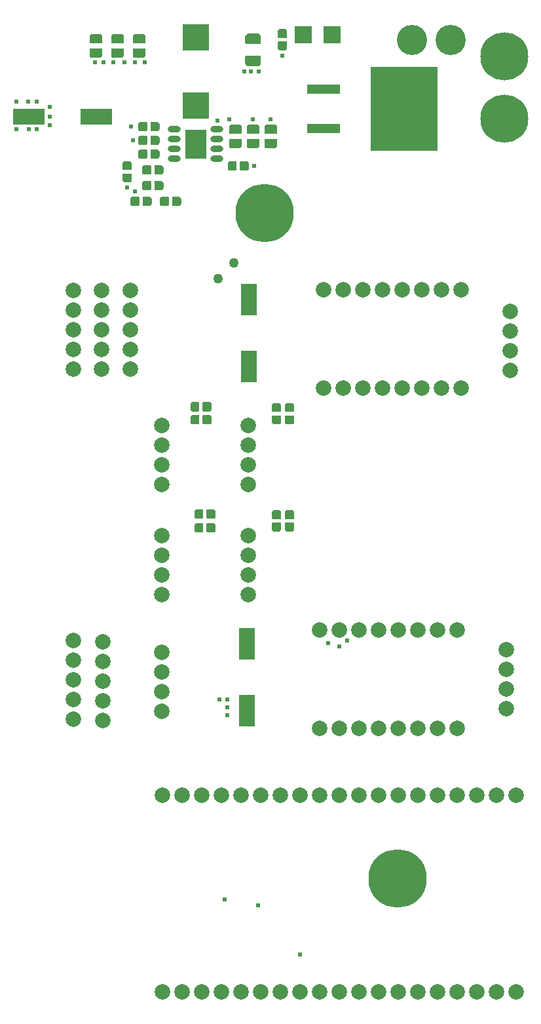
<source format=gbr>
%TF.GenerationSoftware,Altium Limited,Altium Designer,23.0.1 (38)*%
G04 Layer_Color=8388736*
%FSLAX45Y45*%
%MOMM*%
%TF.SameCoordinates,0946520A-43BC-435E-BA57-7B8340C501A0*%
%TF.FilePolarity,Negative*%
%TF.FileFunction,Soldermask,Top*%
%TF.Part,Single*%
G01*
G75*
%TA.AperFunction,SMDPad,CuDef*%
%ADD13R,2.00000X4.10000*%
%ADD15R,4.10000X2.00000*%
%TA.AperFunction,ViaPad*%
%ADD40C,0.60960*%
%ADD42C,1.27000*%
%TA.AperFunction,SMDPad,CuDef*%
%ADD52R,3.40320X3.45320*%
%ADD53R,2.27320X2.26320*%
%ADD54R,2.81320X3.80320*%
%ADD55O,1.65320X0.80320*%
%ADD56R,8.60320X10.95320*%
%ADD57R,4.35320X1.25320*%
%TA.AperFunction,ComponentPad*%
%ADD58C,2.00320*%
%ADD59C,7.54000*%
%ADD60C,6.20320*%
%ADD61C,3.90640*%
%TA.AperFunction,ViaPad*%
%ADD62C,0.81280*%
G36*
X3290001Y12684882D02*
X3291329Y12684795D01*
X3292636Y12684535D01*
X3293897Y12684107D01*
X3295091Y12683518D01*
X3296199Y12682778D01*
X3297200Y12681900D01*
X3323000Y12656100D01*
X3323878Y12655099D01*
X3324618Y12653991D01*
X3325207Y12652797D01*
X3325635Y12651536D01*
X3325895Y12650229D01*
X3325982Y12648901D01*
Y12559701D01*
X3325895Y12558372D01*
X3325635Y12557065D01*
X3325207Y12555804D01*
X3324618Y12554610D01*
X3323878Y12553502D01*
X3323000Y12552501D01*
X3321998Y12551623D01*
X3320891Y12550883D01*
X3319696Y12550294D01*
X3318435Y12549866D01*
X3317129Y12549606D01*
X3315800Y12549519D01*
X3135800D01*
X3134471Y12549606D01*
X3133165Y12549866D01*
X3131904Y12550294D01*
X3130709Y12550883D01*
X3129602Y12551623D01*
X3128600Y12552501D01*
X3127722Y12553502D01*
X3126982Y12554610D01*
X3126393Y12555804D01*
X3125965Y12557065D01*
X3125705Y12558372D01*
X3125618Y12559701D01*
Y12648900D01*
X3125705Y12650229D01*
X3125965Y12651536D01*
X3126393Y12652797D01*
X3126982Y12653991D01*
X3127722Y12655099D01*
X3128600Y12656100D01*
X3154400Y12681900D01*
X3155402Y12682778D01*
X3156509Y12683518D01*
X3157704Y12684107D01*
X3158965Y12684535D01*
X3160271Y12684795D01*
X3161600Y12684882D01*
X3161600D01*
D01*
X3290001Y12684882D01*
D02*
G37*
G36*
X3643189Y12739795D02*
X3644495Y12739535D01*
X3645756Y12739107D01*
X3646951Y12738518D01*
X3648058Y12737778D01*
X3649060Y12736900D01*
X3664000Y12721960D01*
X3664878Y12720958D01*
X3665618Y12719851D01*
X3666207Y12718657D01*
X3666635Y12717395D01*
X3666895Y12716089D01*
X3666982Y12714760D01*
Y12634700D01*
X3666895Y12633371D01*
X3666635Y12632065D01*
X3666207Y12630804D01*
X3665618Y12629609D01*
X3664878Y12628502D01*
X3664000Y12627501D01*
X3662999Y12626622D01*
X3661891Y12625883D01*
X3660697Y12625293D01*
X3659435Y12624865D01*
X3658129Y12624605D01*
X3656800Y12624518D01*
X3556800D01*
X3555471Y12624605D01*
X3554165Y12624865D01*
X3552903Y12625293D01*
X3551709Y12625883D01*
X3550601Y12626622D01*
X3549600Y12627501D01*
X3548722Y12628502D01*
X3547982Y12629609D01*
X3547393Y12630804D01*
X3546965Y12632065D01*
X3546705Y12633371D01*
X3546618Y12634700D01*
Y12714760D01*
X3546705Y12716089D01*
X3546965Y12717395D01*
X3547393Y12718657D01*
X3547982Y12719851D01*
X3548722Y12720958D01*
X3549600Y12721960D01*
X3564541Y12736900D01*
X3565542Y12737778D01*
X3566650Y12738518D01*
X3567844Y12739107D01*
X3569105Y12739535D01*
X3570411Y12739795D01*
X3571740Y12739882D01*
X3641860D01*
X3643189Y12739795D01*
D02*
G37*
G36*
X1807049Y12677295D02*
X1808355Y12677035D01*
X1809617Y12676607D01*
X1810811Y12676018D01*
X1811918Y12675278D01*
X1812920Y12674400D01*
X1832300Y12655020D01*
X1833178Y12654018D01*
X1833918Y12652911D01*
X1834507Y12651717D01*
X1834935Y12650455D01*
X1835195Y12649149D01*
X1835282Y12647820D01*
Y12567200D01*
X1835195Y12565871D01*
X1834935Y12564565D01*
X1834507Y12563304D01*
X1833918Y12562109D01*
X1833178Y12561002D01*
X1832300Y12560000D01*
X1831298Y12559122D01*
X1830191Y12558382D01*
X1828996Y12557793D01*
X1827735Y12557365D01*
X1826429Y12557105D01*
X1825100Y12557018D01*
X1680100D01*
X1678771Y12557105D01*
X1677465Y12557365D01*
X1676204Y12557793D01*
X1675009Y12558382D01*
X1673902Y12559122D01*
X1672900Y12560000D01*
X1672022Y12561002D01*
X1671282Y12562109D01*
X1670693Y12563304D01*
X1670265Y12564565D01*
X1670005Y12565871D01*
X1669918Y12567200D01*
Y12647820D01*
X1670005Y12649149D01*
X1670265Y12650455D01*
X1670693Y12651716D01*
X1671282Y12652911D01*
X1672022Y12654018D01*
X1672900Y12655019D01*
X1692281Y12674400D01*
X1693282Y12675278D01*
X1694390Y12676018D01*
X1695584Y12676607D01*
X1696845Y12677035D01*
X1698152Y12677295D01*
X1699480Y12677382D01*
X1805720D01*
X1807049Y12677295D01*
D02*
G37*
G36*
X1527649D02*
X1528955Y12677035D01*
X1530217Y12676607D01*
X1531411Y12676018D01*
X1532518Y12675278D01*
X1533520Y12674400D01*
X1552900Y12655020D01*
X1553778Y12654018D01*
X1554518Y12652911D01*
X1555107Y12651717D01*
X1555535Y12650455D01*
X1555795Y12649149D01*
X1555882Y12647820D01*
Y12567200D01*
X1555795Y12565871D01*
X1555535Y12564565D01*
X1555107Y12563304D01*
X1554518Y12562109D01*
X1553778Y12561002D01*
X1552900Y12560000D01*
X1551898Y12559122D01*
X1550791Y12558382D01*
X1549596Y12557793D01*
X1548335Y12557365D01*
X1547029Y12557105D01*
X1545700Y12557018D01*
X1400700D01*
X1399371Y12557105D01*
X1398065Y12557365D01*
X1396804Y12557793D01*
X1395609Y12558382D01*
X1394502Y12559122D01*
X1393500Y12560000D01*
X1392622Y12561002D01*
X1391882Y12562109D01*
X1391293Y12563304D01*
X1390865Y12564565D01*
X1390605Y12565871D01*
X1390518Y12567200D01*
Y12647820D01*
X1390605Y12649149D01*
X1390865Y12650455D01*
X1391293Y12651716D01*
X1391882Y12652911D01*
X1392622Y12654018D01*
X1393500Y12655019D01*
X1412881Y12674400D01*
X1413882Y12675278D01*
X1414990Y12676018D01*
X1416184Y12676607D01*
X1417445Y12677035D01*
X1418752Y12677295D01*
X1420080Y12677382D01*
X1526320D01*
X1527649Y12677295D01*
D02*
G37*
G36*
X1248249D02*
X1249555Y12677035D01*
X1250817Y12676607D01*
X1252011Y12676018D01*
X1253118Y12675278D01*
X1254120Y12674400D01*
X1273500Y12655020D01*
X1274378Y12654018D01*
X1275118Y12652911D01*
X1275707Y12651717D01*
X1276135Y12650455D01*
X1276395Y12649149D01*
X1276482Y12647820D01*
Y12567200D01*
X1276395Y12565871D01*
X1276135Y12564565D01*
X1275707Y12563304D01*
X1275118Y12562109D01*
X1274378Y12561002D01*
X1273500Y12560000D01*
X1272498Y12559122D01*
X1271391Y12558382D01*
X1270196Y12557793D01*
X1268935Y12557365D01*
X1267629Y12557105D01*
X1266300Y12557018D01*
X1121300D01*
X1119971Y12557105D01*
X1118665Y12557365D01*
X1117404Y12557793D01*
X1116209Y12558382D01*
X1115102Y12559122D01*
X1114100Y12560000D01*
X1113222Y12561002D01*
X1112482Y12562109D01*
X1111893Y12563304D01*
X1111465Y12564565D01*
X1111205Y12565871D01*
X1111118Y12567200D01*
Y12647820D01*
X1111205Y12649149D01*
X1111465Y12650455D01*
X1111893Y12651716D01*
X1112482Y12652911D01*
X1113222Y12654018D01*
X1114100Y12655019D01*
X1133481Y12674400D01*
X1134482Y12675278D01*
X1135590Y12676018D01*
X1136784Y12676607D01*
X1138045Y12677035D01*
X1139352Y12677295D01*
X1140680Y12677382D01*
X1246920D01*
X1248249Y12677295D01*
D02*
G37*
G36*
X3658129Y12579795D02*
X3659435Y12579535D01*
X3660697Y12579107D01*
X3661891Y12578518D01*
X3662999Y12577778D01*
X3664000Y12576900D01*
X3664878Y12575898D01*
X3665618Y12574791D01*
X3666207Y12573596D01*
X3666635Y12572335D01*
X3666895Y12571029D01*
X3666982Y12569700D01*
X3666982Y12489640D01*
X3666895Y12488311D01*
X3666635Y12487005D01*
X3666207Y12485744D01*
X3665618Y12484549D01*
X3664878Y12483442D01*
X3664000Y12482441D01*
X3649060Y12467500D01*
X3648058Y12466622D01*
X3646951Y12465882D01*
X3645756Y12465293D01*
X3644495Y12464865D01*
X3643189Y12464605D01*
X3641860Y12464518D01*
X3571740D01*
X3570411Y12464605D01*
X3569105Y12464865D01*
X3567844Y12465293D01*
X3566649Y12465882D01*
X3565542Y12466622D01*
X3564541Y12467500D01*
X3549600Y12482441D01*
X3548722Y12483442D01*
X3547982Y12484549D01*
X3547393Y12485744D01*
X3546965Y12487005D01*
X3546705Y12488311D01*
X3546618Y12489640D01*
Y12569700D01*
X3546705Y12571029D01*
X3546965Y12572335D01*
X3547393Y12573596D01*
X3547982Y12574791D01*
X3548722Y12575898D01*
X3549600Y12576900D01*
X3550601Y12577778D01*
X3551709Y12578518D01*
X3552903Y12579107D01*
X3554165Y12579535D01*
X3555471Y12579795D01*
X3556800Y12579882D01*
X3656800D01*
X3658129Y12579795D01*
D02*
G37*
G36*
X1826429Y12487295D02*
X1827735Y12487035D01*
X1828996Y12486607D01*
X1830191Y12486018D01*
X1831298Y12485278D01*
X1832300Y12484400D01*
X1833178Y12483398D01*
X1833918Y12482291D01*
X1834507Y12481096D01*
X1834935Y12479835D01*
X1835195Y12478529D01*
X1835282Y12477200D01*
Y12396580D01*
X1835195Y12395251D01*
X1834935Y12393945D01*
X1834507Y12392683D01*
X1833918Y12391489D01*
X1833178Y12390382D01*
X1832300Y12389380D01*
X1812919Y12370000D01*
X1811918Y12369122D01*
X1810811Y12368382D01*
X1809616Y12367793D01*
X1808355Y12367365D01*
X1807049Y12367105D01*
X1805720Y12367018D01*
X1699480D01*
X1698152Y12367105D01*
X1696845Y12367365D01*
X1695584Y12367793D01*
X1694390Y12368382D01*
X1693282Y12369122D01*
X1692281Y12370000D01*
X1672900Y12389380D01*
X1672022Y12390382D01*
X1671282Y12391489D01*
X1670693Y12392684D01*
X1670265Y12393945D01*
X1670005Y12395251D01*
X1669918Y12396580D01*
Y12477200D01*
X1670005Y12478529D01*
X1670265Y12479835D01*
X1670693Y12481096D01*
X1671282Y12482291D01*
X1672022Y12483398D01*
X1672900Y12484400D01*
X1673902Y12485278D01*
X1675009Y12486018D01*
X1676204Y12486607D01*
X1677465Y12487035D01*
X1678771Y12487295D01*
X1680100Y12487382D01*
X1825100D01*
X1826429Y12487295D01*
D02*
G37*
G36*
X1547029D02*
X1548335Y12487035D01*
X1549596Y12486607D01*
X1550791Y12486018D01*
X1551898Y12485278D01*
X1552900Y12484400D01*
X1553778Y12483398D01*
X1554518Y12482291D01*
X1555107Y12481096D01*
X1555535Y12479835D01*
X1555795Y12478529D01*
X1555882Y12477200D01*
Y12396580D01*
X1555795Y12395251D01*
X1555535Y12393945D01*
X1555107Y12392683D01*
X1554518Y12391489D01*
X1553778Y12390382D01*
X1552900Y12389380D01*
X1533519Y12370000D01*
X1532518Y12369122D01*
X1531411Y12368382D01*
X1530216Y12367793D01*
X1528955Y12367365D01*
X1527649Y12367105D01*
X1526320Y12367018D01*
X1420080D01*
X1418752Y12367105D01*
X1417445Y12367365D01*
X1416184Y12367793D01*
X1414990Y12368382D01*
X1413882Y12369122D01*
X1412881Y12370000D01*
X1393500Y12389380D01*
X1392622Y12390382D01*
X1391882Y12391489D01*
X1391293Y12392684D01*
X1390865Y12393945D01*
X1390605Y12395251D01*
X1390518Y12396580D01*
Y12477200D01*
X1390605Y12478529D01*
X1390865Y12479835D01*
X1391293Y12481096D01*
X1391882Y12482291D01*
X1392622Y12483398D01*
X1393500Y12484400D01*
X1394502Y12485278D01*
X1395609Y12486018D01*
X1396804Y12486607D01*
X1398065Y12487035D01*
X1399371Y12487295D01*
X1400700Y12487382D01*
X1545700D01*
X1547029Y12487295D01*
D02*
G37*
G36*
X1267629D02*
X1268935Y12487035D01*
X1270196Y12486607D01*
X1271391Y12486018D01*
X1272498Y12485278D01*
X1273500Y12484400D01*
X1274378Y12483398D01*
X1275118Y12482291D01*
X1275707Y12481096D01*
X1276135Y12479835D01*
X1276395Y12478529D01*
X1276482Y12477200D01*
Y12396580D01*
X1276395Y12395251D01*
X1276135Y12393945D01*
X1275707Y12392683D01*
X1275118Y12391489D01*
X1274378Y12390382D01*
X1273500Y12389380D01*
X1254119Y12370000D01*
X1253118Y12369122D01*
X1252011Y12368382D01*
X1250816Y12367793D01*
X1249555Y12367365D01*
X1248249Y12367105D01*
X1246920Y12367018D01*
X1140680D01*
X1139352Y12367105D01*
X1138045Y12367365D01*
X1136784Y12367793D01*
X1135590Y12368382D01*
X1134482Y12369122D01*
X1133481Y12370000D01*
X1114100Y12389380D01*
X1113222Y12390382D01*
X1112482Y12391489D01*
X1111893Y12392684D01*
X1111465Y12393945D01*
X1111205Y12395251D01*
X1111118Y12396580D01*
Y12477200D01*
X1111205Y12478529D01*
X1111465Y12479835D01*
X1111893Y12481096D01*
X1112482Y12482291D01*
X1113222Y12483398D01*
X1114100Y12484400D01*
X1115102Y12485278D01*
X1116209Y12486018D01*
X1117404Y12486607D01*
X1118665Y12487035D01*
X1119971Y12487295D01*
X1121300Y12487382D01*
X1266300D01*
X1267629Y12487295D01*
D02*
G37*
G36*
X3317129Y12394795D02*
X3318435Y12394536D01*
X3319696Y12394108D01*
X3320891Y12393518D01*
X3321998Y12392778D01*
X3323000Y12391900D01*
X3323878Y12390899D01*
X3324618Y12389792D01*
X3325207Y12388597D01*
X3325635Y12387336D01*
X3325895Y12386030D01*
X3325982Y12384701D01*
X3325982Y12295501D01*
D01*
D01*
Y12295501D01*
X3325895Y12294172D01*
X3325635Y12292866D01*
X3325207Y12291605D01*
X3324618Y12290410D01*
X3324373Y12290043D01*
X3323878Y12289303D01*
X3323468Y12288835D01*
X3323000Y12288301D01*
X3297200Y12262500D01*
X3296199Y12261622D01*
X3295091Y12260883D01*
X3293897Y12260293D01*
X3292636Y12259865D01*
X3291329Y12259605D01*
X3290000Y12259518D01*
X3161600Y12259519D01*
X3160271Y12259606D01*
X3158965Y12259866D01*
X3157703Y12260294D01*
X3156509Y12260883D01*
X3155402Y12261623D01*
X3154400Y12262501D01*
X3128600Y12288301D01*
X3127722Y12289302D01*
X3126982Y12290410D01*
X3126393Y12291604D01*
X3125965Y12292865D01*
X3125705Y12294172D01*
X3125618Y12295501D01*
Y12384701D01*
X3125705Y12386030D01*
X3125965Y12387336D01*
X3126393Y12388597D01*
X3126982Y12389792D01*
X3127722Y12390899D01*
X3128600Y12391900D01*
X3129602Y12392778D01*
X3130709Y12393518D01*
X3131904Y12394108D01*
X3133165Y12394536D01*
X3134471Y12394795D01*
X3135800Y12394882D01*
X3315800D01*
X3317129Y12394795D01*
D02*
G37*
G36*
X1993489Y11540895D02*
X1994795Y11540635D01*
X1996056Y11540207D01*
X1997251Y11539618D01*
X1998358Y11538878D01*
X1999359Y11538000D01*
X2014300Y11523060D01*
X2015178Y11522058D01*
X2015918Y11520951D01*
X2016507Y11519756D01*
X2016935Y11518495D01*
X2017195Y11517189D01*
X2017282Y11515860D01*
Y11445740D01*
X2017195Y11444411D01*
X2016935Y11443105D01*
X2016507Y11441844D01*
X2015918Y11440649D01*
X2015178Y11439542D01*
X2014300Y11438541D01*
X1999359Y11423600D01*
X1998358Y11422722D01*
X1997251Y11421982D01*
X1996056Y11421393D01*
X1994795Y11420965D01*
X1993489Y11420705D01*
X1992160Y11420618D01*
X1912100D01*
X1910771Y11420705D01*
X1909465Y11420965D01*
X1908204Y11421393D01*
X1907009Y11421982D01*
X1905902Y11422722D01*
X1904900Y11423600D01*
X1904022Y11424601D01*
X1903282Y11425709D01*
X1902693Y11426903D01*
X1902265Y11428165D01*
X1902005Y11429471D01*
X1901918Y11430800D01*
Y11530800D01*
X1902005Y11532129D01*
X1902265Y11533435D01*
X1902693Y11534697D01*
X1903282Y11535891D01*
X1904022Y11536999D01*
X1904900Y11538000D01*
X1905902Y11538878D01*
X1907009Y11539618D01*
X1908204Y11540207D01*
X1909465Y11540635D01*
X1910771Y11540895D01*
X1912100Y11540982D01*
X1992160Y11540982D01*
X1993489Y11540895D01*
D02*
G37*
G36*
X1848429Y11540895D02*
X1849735Y11540635D01*
X1850996Y11540207D01*
X1852191Y11539618D01*
X1853298Y11538878D01*
X1854300Y11538000D01*
X1855178Y11536999D01*
X1855918Y11535891D01*
X1856507Y11534697D01*
X1856935Y11533435D01*
X1857195Y11532129D01*
X1857282Y11530800D01*
Y11430800D01*
X1857195Y11429471D01*
X1856935Y11428165D01*
X1856507Y11426903D01*
X1855918Y11425709D01*
X1855178Y11424601D01*
X1854300Y11423600D01*
X1853298Y11422722D01*
X1852191Y11421982D01*
X1850996Y11421393D01*
X1849735Y11420965D01*
X1848429Y11420705D01*
X1847100Y11420618D01*
X1767040D01*
X1765711Y11420705D01*
X1764405Y11420965D01*
X1763144Y11421393D01*
X1761949Y11421982D01*
X1760842Y11422722D01*
X1759841Y11423600D01*
X1744900Y11438541D01*
X1744022Y11439542D01*
X1743282Y11440650D01*
X1742693Y11441844D01*
X1742265Y11443105D01*
X1742005Y11444411D01*
X1741918Y11445740D01*
Y11515860D01*
X1742005Y11517189D01*
X1742265Y11518495D01*
X1742693Y11519756D01*
X1743282Y11520951D01*
X1744022Y11522058D01*
X1744900Y11523060D01*
X1759841Y11538000D01*
X1760842Y11538878D01*
X1761949Y11539618D01*
X1763144Y11540207D01*
X1764405Y11540635D01*
X1765711Y11540895D01*
X1767040Y11540982D01*
X1847100D01*
X1848429Y11540895D01*
D02*
G37*
G36*
X3508849Y11508895D02*
X3510155Y11508635D01*
X3511416Y11508207D01*
X3512611Y11507618D01*
X3513718Y11506878D01*
X3514719Y11506000D01*
X3534100Y11486620D01*
X3534978Y11485618D01*
X3535718Y11484511D01*
X3536307Y11483316D01*
X3536735Y11482055D01*
X3536995Y11480749D01*
X3537082Y11479420D01*
Y11398800D01*
X3536995Y11397471D01*
X3536735Y11396165D01*
X3536307Y11394904D01*
X3535718Y11393709D01*
X3534978Y11392602D01*
X3534100Y11391600D01*
X3533099Y11390722D01*
X3531991Y11389982D01*
X3530797Y11389393D01*
X3529535Y11388965D01*
X3528229Y11388705D01*
X3526900Y11388618D01*
X3381900D01*
X3380571Y11388705D01*
X3379265Y11388965D01*
X3378004Y11389393D01*
X3376809Y11389982D01*
X3375702Y11390722D01*
X3374701Y11391600D01*
X3373823Y11392602D01*
X3373083Y11393709D01*
X3372493Y11394904D01*
X3372065Y11396165D01*
X3371806Y11397471D01*
X3371718Y11398800D01*
Y11479420D01*
X3371806Y11480749D01*
X3372065Y11482055D01*
X3372493Y11483317D01*
X3373083Y11484511D01*
X3373823Y11485618D01*
X3374701Y11486620D01*
X3394081Y11506000D01*
X3395082Y11506878D01*
X3396190Y11507618D01*
X3397384Y11508207D01*
X3398645Y11508635D01*
X3399952Y11508895D01*
X3401280Y11508982D01*
X3507520D01*
X3508849Y11508895D01*
D02*
G37*
G36*
X3280248D02*
X3281555Y11508635D01*
X3282816Y11508207D01*
X3284010Y11507618D01*
X3285118Y11506878D01*
X3286119Y11506000D01*
X3305500Y11486620D01*
X3306378Y11485618D01*
X3307118Y11484511D01*
X3307707Y11483316D01*
X3308135Y11482055D01*
X3308395Y11480749D01*
X3308482Y11479420D01*
Y11398800D01*
X3308395Y11397471D01*
X3308135Y11396165D01*
X3307707Y11394904D01*
X3307118Y11393709D01*
X3306378Y11392602D01*
X3305500Y11391600D01*
X3304498Y11390722D01*
X3303391Y11389982D01*
X3302196Y11389393D01*
X3300935Y11388965D01*
X3299629Y11388705D01*
X3298300Y11388618D01*
X3153300D01*
X3151971Y11388705D01*
X3150665Y11388965D01*
X3149404Y11389393D01*
X3148209Y11389982D01*
X3147102Y11390722D01*
X3146100Y11391600D01*
X3145222Y11392602D01*
X3144482Y11393709D01*
X3143893Y11394904D01*
X3143465Y11396165D01*
X3143205Y11397471D01*
X3143118Y11398800D01*
Y11479420D01*
X3143205Y11480749D01*
X3143465Y11482055D01*
X3143893Y11483317D01*
X3144482Y11484511D01*
X3145222Y11485618D01*
X3146100Y11486620D01*
X3165481Y11506000D01*
X3166482Y11506878D01*
X3167589Y11507618D01*
X3168784Y11508207D01*
X3170045Y11508635D01*
X3171351Y11508895D01*
X3172680Y11508982D01*
X3278920D01*
X3280248Y11508895D01*
D02*
G37*
G36*
X3051648D02*
X3052955Y11508635D01*
X3054216Y11508207D01*
X3055410Y11507618D01*
X3056518Y11506878D01*
X3057519Y11506000D01*
X3076900Y11486620D01*
X3077778Y11485618D01*
X3078518Y11484511D01*
X3079107Y11483316D01*
X3079535Y11482055D01*
X3079795Y11480749D01*
X3079882Y11479420D01*
Y11398800D01*
X3079795Y11397471D01*
X3079535Y11396165D01*
X3079107Y11394904D01*
X3078518Y11393709D01*
X3077778Y11392602D01*
X3076900Y11391600D01*
X3075898Y11390722D01*
X3074791Y11389982D01*
X3073596Y11389393D01*
X3072335Y11388965D01*
X3071029Y11388705D01*
X3069700Y11388618D01*
X2924700D01*
X2923371Y11388705D01*
X2922065Y11388965D01*
X2920804Y11389393D01*
X2919609Y11389982D01*
X2918502Y11390722D01*
X2917500Y11391600D01*
X2916622Y11392602D01*
X2915882Y11393709D01*
X2915293Y11394904D01*
X2914865Y11396165D01*
X2914605Y11397471D01*
X2914518Y11398800D01*
Y11479420D01*
X2914605Y11480749D01*
X2914865Y11482055D01*
X2915293Y11483317D01*
X2915882Y11484511D01*
X2916622Y11485618D01*
X2917500Y11486620D01*
X2936881Y11506000D01*
X2937882Y11506878D01*
X2938989Y11507618D01*
X2940184Y11508207D01*
X2941445Y11508635D01*
X2942751Y11508895D01*
X2944080Y11508982D01*
X3050320D01*
X3051648Y11508895D01*
D02*
G37*
G36*
X1993489Y11363095D02*
X1994795Y11362835D01*
X1996056Y11362407D01*
X1997251Y11361818D01*
X1998358Y11361078D01*
X1999359Y11360200D01*
X2014300Y11345259D01*
X2015178Y11344258D01*
X2015918Y11343150D01*
X2016507Y11341956D01*
X2016935Y11340695D01*
X2017195Y11339389D01*
X2017282Y11338060D01*
Y11267940D01*
X2017195Y11266611D01*
X2016935Y11265305D01*
X2016507Y11264044D01*
X2015918Y11262849D01*
X2015178Y11261742D01*
X2014300Y11260740D01*
X1999359Y11245800D01*
X1998358Y11244922D01*
X1997251Y11244182D01*
X1996056Y11243593D01*
X1994795Y11243165D01*
X1993489Y11242905D01*
X1992160Y11242818D01*
X1912100D01*
X1910771Y11242905D01*
X1909465Y11243165D01*
X1908204Y11243593D01*
X1907009Y11244182D01*
X1905902Y11244922D01*
X1904900Y11245800D01*
X1904022Y11246801D01*
X1903282Y11247909D01*
X1902693Y11249103D01*
X1902265Y11250365D01*
X1902005Y11251671D01*
X1901918Y11253000D01*
Y11353000D01*
X1902005Y11354329D01*
X1902265Y11355635D01*
X1902693Y11356897D01*
X1903282Y11358091D01*
X1904022Y11359199D01*
X1904900Y11360200D01*
X1905902Y11361078D01*
X1907009Y11361818D01*
X1908204Y11362407D01*
X1909465Y11362835D01*
X1910771Y11363095D01*
X1912100Y11363182D01*
X1992160D01*
X1993489Y11363095D01*
D02*
G37*
G36*
X1848429D02*
X1849735Y11362835D01*
X1850996Y11362407D01*
X1852191Y11361818D01*
X1853298Y11361078D01*
X1854300Y11360200D01*
X1855178Y11359199D01*
X1855918Y11358091D01*
X1856507Y11356897D01*
X1856935Y11355635D01*
X1857195Y11354329D01*
X1857282Y11353000D01*
Y11253000D01*
X1857195Y11251671D01*
X1856935Y11250365D01*
X1856507Y11249103D01*
X1855918Y11247909D01*
X1855178Y11246801D01*
X1854300Y11245800D01*
X1853298Y11244922D01*
X1852191Y11244182D01*
X1850996Y11243593D01*
X1849735Y11243165D01*
X1848429Y11242905D01*
X1847100Y11242818D01*
X1767040Y11242818D01*
X1765711Y11242905D01*
X1764405Y11243165D01*
X1763144Y11243593D01*
X1761949Y11244182D01*
X1760842Y11244922D01*
X1759841Y11245800D01*
X1744900Y11260740D01*
X1744022Y11261742D01*
X1743282Y11262849D01*
X1742693Y11264044D01*
X1742265Y11265305D01*
X1742005Y11266611D01*
X1741918Y11267940D01*
Y11338060D01*
X1742005Y11339389D01*
X1742265Y11340695D01*
X1742693Y11341956D01*
X1743282Y11343151D01*
X1744022Y11344258D01*
X1744900Y11345259D01*
X1759841Y11360200D01*
X1760842Y11361078D01*
X1761949Y11361818D01*
X1763144Y11362407D01*
X1764405Y11362835D01*
X1765711Y11363095D01*
X1767040Y11363182D01*
X1847100D01*
X1848429Y11363095D01*
D02*
G37*
G36*
X3528229Y11318895D02*
X3529535Y11318635D01*
X3530797Y11318207D01*
X3531991Y11317618D01*
X3533099Y11316878D01*
X3534100Y11316000D01*
X3534978Y11314998D01*
X3535718Y11313891D01*
X3536307Y11312696D01*
X3536735Y11311435D01*
X3536995Y11310129D01*
X3537082Y11308800D01*
Y11228180D01*
X3536995Y11226851D01*
X3536735Y11225545D01*
X3536307Y11224284D01*
X3535718Y11223089D01*
X3534978Y11221982D01*
X3534100Y11220981D01*
X3514719Y11201600D01*
X3513718Y11200722D01*
X3512611Y11199982D01*
X3511416Y11199393D01*
X3510155Y11198965D01*
X3508849Y11198705D01*
X3507520Y11198618D01*
X3401280D01*
X3399951Y11198705D01*
X3398645Y11198965D01*
X3397384Y11199393D01*
X3396189Y11199982D01*
X3395082Y11200722D01*
X3394081Y11201600D01*
X3374701Y11220980D01*
X3373823Y11221982D01*
X3373083Y11223089D01*
X3372493Y11224283D01*
X3372065Y11225545D01*
X3371806Y11226851D01*
X3371718Y11228180D01*
Y11308800D01*
X3371806Y11310129D01*
X3372065Y11311435D01*
X3372493Y11312696D01*
X3373083Y11313891D01*
X3373823Y11314998D01*
X3374701Y11316000D01*
X3375702Y11316878D01*
X3376809Y11317618D01*
X3378004Y11318207D01*
X3379265Y11318635D01*
X3380571Y11318895D01*
X3381900Y11318982D01*
X3526900D01*
X3528229Y11318895D01*
D02*
G37*
G36*
X3299629D02*
X3300935Y11318635D01*
X3302196Y11318207D01*
X3303391Y11317618D01*
X3304498Y11316878D01*
X3305500Y11316000D01*
X3306378Y11314998D01*
X3307118Y11313891D01*
X3307707Y11312696D01*
X3308135Y11311435D01*
X3308395Y11310129D01*
X3308482Y11308800D01*
Y11228180D01*
X3308395Y11226851D01*
X3308135Y11225545D01*
X3307707Y11224284D01*
X3307118Y11223089D01*
X3306378Y11221982D01*
X3305500Y11220981D01*
X3286119Y11201600D01*
X3285118Y11200722D01*
X3284010Y11199982D01*
X3282816Y11199393D01*
X3281555Y11198965D01*
X3280248Y11198705D01*
X3278920Y11198618D01*
X3172680D01*
X3171351Y11198705D01*
X3170045Y11198965D01*
X3168783Y11199393D01*
X3167589Y11199982D01*
X3166482Y11200722D01*
X3165480Y11201600D01*
X3146100Y11220980D01*
X3145222Y11221982D01*
X3144482Y11223089D01*
X3143893Y11224283D01*
X3143465Y11225545D01*
X3143205Y11226851D01*
X3143118Y11228180D01*
Y11308800D01*
X3143205Y11310129D01*
X3143465Y11311435D01*
X3143893Y11312696D01*
X3144482Y11313891D01*
X3145222Y11314998D01*
X3146100Y11316000D01*
X3147102Y11316878D01*
X3148209Y11317618D01*
X3149404Y11318207D01*
X3150665Y11318635D01*
X3151971Y11318895D01*
X3153300Y11318982D01*
X3298300D01*
X3299629Y11318895D01*
D02*
G37*
G36*
X3071029D02*
X3072335Y11318635D01*
X3073596Y11318207D01*
X3074791Y11317618D01*
X3075898Y11316878D01*
X3076900Y11316000D01*
X3077778Y11314998D01*
X3078518Y11313891D01*
X3079107Y11312696D01*
X3079535Y11311435D01*
X3079795Y11310129D01*
X3079882Y11308800D01*
Y11228180D01*
X3079795Y11226851D01*
X3079535Y11225545D01*
X3079107Y11224284D01*
X3078518Y11223089D01*
X3077778Y11221982D01*
X3076900Y11220981D01*
X3057519Y11201600D01*
X3056518Y11200722D01*
X3055410Y11199982D01*
X3054216Y11199393D01*
X3052955Y11198965D01*
X3051648Y11198705D01*
X3050320Y11198618D01*
X2944080D01*
X2942751Y11198705D01*
X2941445Y11198965D01*
X2940183Y11199393D01*
X2938989Y11199982D01*
X2937882Y11200722D01*
X2936880Y11201600D01*
X2917500Y11220980D01*
X2916622Y11221982D01*
X2915882Y11223089D01*
X2915293Y11224283D01*
X2914865Y11225545D01*
X2914605Y11226851D01*
X2914518Y11228180D01*
Y11308800D01*
X2914605Y11310129D01*
X2914865Y11311435D01*
X2915293Y11312696D01*
X2915882Y11313891D01*
X2916622Y11314998D01*
X2917500Y11316000D01*
X2918502Y11316878D01*
X2919609Y11317618D01*
X2920804Y11318207D01*
X2922065Y11318635D01*
X2923371Y11318895D01*
X2924700Y11318982D01*
X3069700D01*
X3071029Y11318895D01*
D02*
G37*
G36*
X1993489Y11185295D02*
X1994795Y11185035D01*
X1996056Y11184607D01*
X1997251Y11184018D01*
X1998358Y11183278D01*
X1999359Y11182400D01*
X2014300Y11167459D01*
X2015178Y11166458D01*
X2015918Y11165350D01*
X2016507Y11164156D01*
X2016935Y11162895D01*
X2017195Y11161589D01*
X2017282Y11160260D01*
Y11090140D01*
X2017195Y11088811D01*
X2016935Y11087505D01*
X2016507Y11086244D01*
X2015918Y11085049D01*
X2015178Y11083942D01*
X2014300Y11082940D01*
X1999359Y11068000D01*
X1998358Y11067122D01*
X1997251Y11066382D01*
X1996056Y11065793D01*
X1994795Y11065365D01*
X1993489Y11065105D01*
X1992160Y11065018D01*
X1912100D01*
X1910771Y11065105D01*
X1909465Y11065365D01*
X1908204Y11065793D01*
X1907009Y11066382D01*
X1905902Y11067122D01*
X1904900Y11068000D01*
X1904022Y11069001D01*
X1903282Y11070109D01*
X1902693Y11071303D01*
X1902265Y11072565D01*
X1902005Y11073871D01*
X1901918Y11075200D01*
Y11175200D01*
X1902005Y11176529D01*
X1902265Y11177835D01*
X1902693Y11179097D01*
X1903282Y11180291D01*
X1904022Y11181399D01*
X1904900Y11182400D01*
X1905902Y11183278D01*
X1907009Y11184018D01*
X1908204Y11184607D01*
X1909465Y11185035D01*
X1910771Y11185295D01*
X1912100Y11185382D01*
X1992160D01*
X1993489Y11185295D01*
D02*
G37*
G36*
X1848429D02*
X1849735Y11185035D01*
X1850996Y11184607D01*
X1852191Y11184018D01*
X1853298Y11183278D01*
X1854300Y11182400D01*
X1855178Y11181399D01*
X1855918Y11180291D01*
X1856507Y11179097D01*
X1856935Y11177835D01*
X1857195Y11176529D01*
X1857282Y11175200D01*
Y11075200D01*
X1857195Y11073871D01*
X1856935Y11072565D01*
X1856507Y11071303D01*
X1855918Y11070109D01*
X1855178Y11069001D01*
X1854300Y11068000D01*
X1853298Y11067122D01*
X1852191Y11066382D01*
X1850996Y11065793D01*
X1849735Y11065365D01*
X1848429Y11065105D01*
X1847100Y11065018D01*
X1767040Y11065018D01*
X1765711Y11065105D01*
X1764405Y11065365D01*
X1763144Y11065793D01*
X1761949Y11066382D01*
X1760842Y11067122D01*
X1759841Y11068000D01*
X1744900Y11082940D01*
X1744022Y11083942D01*
X1743282Y11085049D01*
X1742693Y11086244D01*
X1742265Y11087505D01*
X1742005Y11088811D01*
X1741918Y11090140D01*
Y11160260D01*
X1742005Y11161589D01*
X1742265Y11162895D01*
X1742693Y11164156D01*
X1743282Y11165351D01*
X1744022Y11166458D01*
X1744900Y11167459D01*
X1759841Y11182400D01*
X1760842Y11183278D01*
X1761949Y11184018D01*
X1763144Y11184607D01*
X1764405Y11185035D01*
X1765711Y11185295D01*
X1767040Y11185382D01*
X1847100D01*
X1848429Y11185295D01*
D02*
G37*
G36*
X1636589Y11034195D02*
X1637895Y11033935D01*
X1639156Y11033507D01*
X1640351Y11032918D01*
X1641458Y11032178D01*
X1642460Y11031300D01*
X1657400Y11016359D01*
X1658278Y11015358D01*
X1659018Y11014251D01*
X1659607Y11013056D01*
X1660035Y11011795D01*
X1660295Y11010489D01*
X1660382Y11009160D01*
Y10929100D01*
X1660295Y10927771D01*
X1660035Y10926465D01*
X1659607Y10925204D01*
X1659018Y10924009D01*
X1658278Y10922902D01*
X1657400Y10921900D01*
X1656399Y10921022D01*
X1655291Y10920282D01*
X1654097Y10919693D01*
X1652835Y10919265D01*
X1651529Y10919005D01*
X1650200Y10918918D01*
X1550200D01*
X1548871Y10919005D01*
X1547565Y10919265D01*
X1546303Y10919693D01*
X1545109Y10920282D01*
X1544001Y10921022D01*
X1543000Y10921900D01*
X1542122Y10922902D01*
X1541382Y10924009D01*
X1540793Y10925204D01*
X1540365Y10926465D01*
X1540105Y10927771D01*
X1540018Y10929100D01*
Y11009160D01*
X1540105Y11010489D01*
X1540365Y11011795D01*
X1540793Y11013056D01*
X1541382Y11014251D01*
X1542122Y11015358D01*
X1543000Y11016359D01*
X1557941Y11031300D01*
X1558942Y11032178D01*
X1560050Y11032918D01*
X1561244Y11033507D01*
X1562505Y11033935D01*
X1563811Y11034195D01*
X1565140Y11034282D01*
X1635260D01*
X1636589Y11034195D01*
D02*
G37*
G36*
X3149189Y11032895D02*
X3150495Y11032635D01*
X3151756Y11032207D01*
X3152951Y11031618D01*
X3154058Y11030878D01*
X3155059Y11030000D01*
X3170000Y11015060D01*
X3170878Y11014058D01*
X3171618Y11012951D01*
X3172207Y11011756D01*
X3172635Y11010495D01*
X3172895Y11009189D01*
X3172982Y11007860D01*
Y10937740D01*
X3172895Y10936411D01*
X3172635Y10935105D01*
X3172207Y10933844D01*
X3171618Y10932649D01*
X3170878Y10931542D01*
X3170000Y10930541D01*
X3155059Y10915600D01*
X3154058Y10914722D01*
X3152951Y10913982D01*
X3151756Y10913393D01*
X3150495Y10912965D01*
X3149189Y10912705D01*
X3147860Y10912618D01*
X3067800D01*
X3066471Y10912705D01*
X3065165Y10912965D01*
X3063904Y10913393D01*
X3062709Y10913982D01*
X3061602Y10914722D01*
X3060600Y10915600D01*
X3059722Y10916601D01*
X3058982Y10917709D01*
X3058393Y10918903D01*
X3057965Y10920165D01*
X3057705Y10921471D01*
X3057618Y10922800D01*
Y11022800D01*
X3057705Y11024129D01*
X3057965Y11025435D01*
X3058393Y11026697D01*
X3058982Y11027891D01*
X3059722Y11028999D01*
X3060600Y11030000D01*
X3061602Y11030878D01*
X3062709Y11031618D01*
X3063904Y11032207D01*
X3065165Y11032635D01*
X3066471Y11032895D01*
X3067800Y11032982D01*
X3147860Y11032982D01*
X3149189Y11032895D01*
D02*
G37*
G36*
X3004129Y11032895D02*
X3005435Y11032635D01*
X3006696Y11032207D01*
X3007891Y11031618D01*
X3008998Y11030878D01*
X3010000Y11030000D01*
X3010878Y11028999D01*
X3011618Y11027891D01*
X3012207Y11026697D01*
X3012635Y11025435D01*
X3012895Y11024129D01*
X3012982Y11022800D01*
Y10922800D01*
X3012895Y10921471D01*
X3012635Y10920165D01*
X3012207Y10918903D01*
X3011618Y10917709D01*
X3010878Y10916601D01*
X3010000Y10915600D01*
X3008998Y10914722D01*
X3007891Y10913982D01*
X3006696Y10913393D01*
X3005435Y10912965D01*
X3004129Y10912705D01*
X3002800Y10912618D01*
X2922740D01*
X2921411Y10912705D01*
X2920105Y10912965D01*
X2918844Y10913393D01*
X2917649Y10913982D01*
X2916542Y10914722D01*
X2915541Y10915600D01*
X2900600Y10930541D01*
X2899722Y10931542D01*
X2898982Y10932650D01*
X2898393Y10933844D01*
X2897965Y10935105D01*
X2897705Y10936411D01*
X2897618Y10937740D01*
Y11007860D01*
X2897705Y11009189D01*
X2897965Y11010495D01*
X2898393Y11011756D01*
X2898982Y11012951D01*
X2899722Y11014058D01*
X2900600Y11015060D01*
X2915541Y11030000D01*
X2916542Y11030878D01*
X2917649Y11031618D01*
X2918844Y11032207D01*
X2920105Y11032635D01*
X2921411Y11032895D01*
X2922740Y11032982D01*
X3002800D01*
X3004129Y11032895D01*
D02*
G37*
G36*
X2044289Y10982095D02*
X2045595Y10981835D01*
X2046856Y10981407D01*
X2048051Y10980818D01*
X2049158Y10980078D01*
X2050159Y10979200D01*
X2065100Y10964259D01*
X2065978Y10963258D01*
X2066718Y10962150D01*
X2067307Y10960956D01*
X2067735Y10959695D01*
X2067995Y10958389D01*
X2068082Y10957060D01*
Y10886940D01*
X2067995Y10885611D01*
X2067735Y10884305D01*
X2067307Y10883044D01*
X2066718Y10881849D01*
X2065978Y10880742D01*
X2065100Y10879740D01*
X2050159Y10864800D01*
X2049158Y10863922D01*
X2048051Y10863182D01*
X2046856Y10862593D01*
X2045595Y10862165D01*
X2044289Y10861905D01*
X2042960Y10861818D01*
X1962900D01*
X1961571Y10861905D01*
X1960265Y10862165D01*
X1959004Y10862593D01*
X1957809Y10863182D01*
X1956702Y10863922D01*
X1955700Y10864800D01*
X1954822Y10865801D01*
X1954082Y10866909D01*
X1953493Y10868103D01*
X1953065Y10869365D01*
X1952805Y10870671D01*
X1952718Y10872000D01*
Y10972000D01*
X1952805Y10973329D01*
X1953065Y10974635D01*
X1953493Y10975897D01*
X1954082Y10977091D01*
X1954822Y10978199D01*
X1955700Y10979200D01*
X1956702Y10980078D01*
X1957809Y10980818D01*
X1959004Y10981407D01*
X1960265Y10981835D01*
X1961571Y10982095D01*
X1962900Y10982182D01*
X2042960D01*
X2044289Y10982095D01*
D02*
G37*
G36*
X1899229D02*
X1900535Y10981835D01*
X1901796Y10981407D01*
X1902991Y10980818D01*
X1904098Y10980078D01*
X1905100Y10979200D01*
X1905978Y10978199D01*
X1906718Y10977091D01*
X1907307Y10975897D01*
X1907735Y10974635D01*
X1907995Y10973329D01*
X1908082Y10972000D01*
Y10872000D01*
X1907995Y10870671D01*
X1907735Y10869365D01*
X1907307Y10868103D01*
X1906718Y10866909D01*
X1905978Y10865801D01*
X1905100Y10864800D01*
X1904098Y10863922D01*
X1902991Y10863182D01*
X1901796Y10862593D01*
X1900535Y10862165D01*
X1899229Y10861905D01*
X1897900Y10861818D01*
X1817840Y10861818D01*
X1816511Y10861905D01*
X1815205Y10862165D01*
X1813944Y10862593D01*
X1812749Y10863182D01*
X1811642Y10863922D01*
X1810641Y10864800D01*
X1795700Y10879740D01*
X1794822Y10880742D01*
X1794082Y10881849D01*
X1793493Y10883044D01*
X1793065Y10884305D01*
X1792805Y10885611D01*
X1792718Y10886940D01*
Y10957060D01*
X1792805Y10958389D01*
X1793065Y10959695D01*
X1793493Y10960956D01*
X1794082Y10962151D01*
X1794822Y10963258D01*
X1795700Y10964259D01*
X1810641Y10979200D01*
X1811642Y10980078D01*
X1812749Y10980818D01*
X1813944Y10981407D01*
X1815205Y10981835D01*
X1816511Y10982095D01*
X1817840Y10982182D01*
X1897900D01*
X1899229Y10982095D01*
D02*
G37*
G36*
X1651529Y10874195D02*
X1652835Y10873935D01*
X1654097Y10873507D01*
X1655291Y10872918D01*
X1656399Y10872178D01*
X1657400Y10871300D01*
X1658278Y10870298D01*
X1659018Y10869191D01*
X1659607Y10867996D01*
X1660035Y10866735D01*
X1660295Y10865429D01*
X1660382Y10864100D01*
X1660382Y10784040D01*
X1660295Y10782711D01*
X1660035Y10781405D01*
X1659607Y10780144D01*
X1659018Y10778949D01*
X1658278Y10777842D01*
X1657400Y10776841D01*
X1642460Y10761900D01*
X1641458Y10761022D01*
X1640351Y10760282D01*
X1639156Y10759693D01*
X1637895Y10759265D01*
X1636589Y10759005D01*
X1635260Y10758918D01*
X1565140D01*
X1563811Y10759005D01*
X1562505Y10759265D01*
X1561244Y10759693D01*
X1560049Y10760282D01*
X1558942Y10761022D01*
X1557941Y10761900D01*
X1543000Y10776841D01*
X1542122Y10777842D01*
X1541382Y10778949D01*
X1540793Y10780144D01*
X1540365Y10781405D01*
X1540105Y10782711D01*
X1540018Y10784040D01*
Y10864100D01*
X1540105Y10865429D01*
X1540365Y10866735D01*
X1540793Y10867996D01*
X1541382Y10869191D01*
X1542122Y10870298D01*
X1543000Y10871300D01*
X1544001Y10872178D01*
X1545109Y10872918D01*
X1546303Y10873507D01*
X1547565Y10873935D01*
X1548871Y10874195D01*
X1550200Y10874282D01*
X1650200D01*
X1651529Y10874195D01*
D02*
G37*
G36*
X2044289Y10778895D02*
X2045595Y10778635D01*
X2046856Y10778207D01*
X2048051Y10777618D01*
X2049158Y10776878D01*
X2050159Y10776000D01*
X2065100Y10761059D01*
X2065978Y10760058D01*
X2066718Y10758950D01*
X2067307Y10757756D01*
X2067735Y10756495D01*
X2067995Y10755189D01*
X2068082Y10753860D01*
Y10683740D01*
X2067995Y10682411D01*
X2067735Y10681105D01*
X2067307Y10679844D01*
X2066718Y10678649D01*
X2065978Y10677542D01*
X2065100Y10676540D01*
X2050159Y10661600D01*
X2049158Y10660722D01*
X2048051Y10659982D01*
X2046856Y10659393D01*
X2045595Y10658965D01*
X2044289Y10658705D01*
X2042960Y10658618D01*
X1962900D01*
X1961571Y10658705D01*
X1960265Y10658965D01*
X1959004Y10659393D01*
X1957809Y10659982D01*
X1956702Y10660722D01*
X1955700Y10661600D01*
X1954822Y10662601D01*
X1954082Y10663709D01*
X1953493Y10664903D01*
X1953065Y10666165D01*
X1952805Y10667471D01*
X1952718Y10668800D01*
Y10768800D01*
X1952805Y10770129D01*
X1953065Y10771435D01*
X1953493Y10772697D01*
X1954082Y10773891D01*
X1954822Y10774999D01*
X1955700Y10776000D01*
X1956702Y10776878D01*
X1957809Y10777618D01*
X1959004Y10778207D01*
X1960265Y10778635D01*
X1961571Y10778895D01*
X1962900Y10778982D01*
X2042960D01*
X2044289Y10778895D01*
D02*
G37*
G36*
X1899229D02*
X1900535Y10778635D01*
X1901796Y10778207D01*
X1902991Y10777618D01*
X1904098Y10776878D01*
X1905100Y10776000D01*
X1905978Y10774999D01*
X1906718Y10773891D01*
X1907307Y10772697D01*
X1907735Y10771435D01*
X1907995Y10770129D01*
X1908082Y10768800D01*
Y10668800D01*
X1907995Y10667471D01*
X1907735Y10666165D01*
X1907307Y10664903D01*
X1906718Y10663709D01*
X1905978Y10662601D01*
X1905100Y10661600D01*
X1904098Y10660722D01*
X1902991Y10659982D01*
X1901796Y10659393D01*
X1900535Y10658965D01*
X1899229Y10658705D01*
X1897900Y10658618D01*
X1817840Y10658618D01*
X1816511Y10658705D01*
X1815205Y10658965D01*
X1813944Y10659393D01*
X1812749Y10659982D01*
X1811642Y10660722D01*
X1810641Y10661600D01*
X1795700Y10676540D01*
X1794822Y10677542D01*
X1794082Y10678649D01*
X1793493Y10679844D01*
X1793065Y10681105D01*
X1792805Y10682411D01*
X1792718Y10683740D01*
Y10753860D01*
X1792805Y10755189D01*
X1793065Y10756495D01*
X1793493Y10757756D01*
X1794082Y10758951D01*
X1794822Y10760058D01*
X1795700Y10761059D01*
X1810641Y10776000D01*
X1811642Y10776878D01*
X1812749Y10777618D01*
X1813944Y10778207D01*
X1815205Y10778635D01*
X1816511Y10778895D01*
X1817840Y10778982D01*
X1897900D01*
X1899229Y10778895D01*
D02*
G37*
G36*
X2272889Y10575695D02*
X2274195Y10575435D01*
X2275456Y10575007D01*
X2276651Y10574418D01*
X2277758Y10573678D01*
X2278759Y10572800D01*
X2293700Y10557859D01*
X2294578Y10556858D01*
X2295318Y10555750D01*
X2295907Y10554556D01*
X2296335Y10553295D01*
X2296595Y10551989D01*
X2296682Y10550660D01*
Y10480540D01*
X2296595Y10479211D01*
X2296335Y10477905D01*
X2295907Y10476644D01*
X2295318Y10475449D01*
X2294578Y10474342D01*
X2293700Y10473340D01*
X2278759Y10458400D01*
X2277758Y10457522D01*
X2276651Y10456782D01*
X2275456Y10456193D01*
X2274195Y10455765D01*
X2272889Y10455505D01*
X2271560Y10455418D01*
X2191500D01*
X2190171Y10455505D01*
X2188865Y10455765D01*
X2187604Y10456193D01*
X2186409Y10456782D01*
X2185302Y10457522D01*
X2184300Y10458400D01*
X2183422Y10459401D01*
X2182682Y10460509D01*
X2182093Y10461703D01*
X2181665Y10462965D01*
X2181405Y10464271D01*
X2181318Y10465600D01*
Y10565600D01*
X2181405Y10566929D01*
X2181665Y10568235D01*
X2182093Y10569497D01*
X2182682Y10570691D01*
X2183422Y10571799D01*
X2184300Y10572800D01*
X2185302Y10573678D01*
X2186409Y10574418D01*
X2187604Y10575007D01*
X2188865Y10575435D01*
X2190171Y10575695D01*
X2191500Y10575782D01*
X2271560D01*
X2272889Y10575695D01*
D02*
G37*
G36*
X1891889D02*
X1893195Y10575435D01*
X1894456Y10575007D01*
X1895651Y10574418D01*
X1896758Y10573678D01*
X1897759Y10572800D01*
X1912700Y10557859D01*
X1913578Y10556858D01*
X1914318Y10555750D01*
X1914907Y10554556D01*
X1915335Y10553295D01*
X1915595Y10551989D01*
X1915682Y10550660D01*
Y10480540D01*
X1915595Y10479211D01*
X1915335Y10477905D01*
X1914907Y10476644D01*
X1914318Y10475449D01*
X1913578Y10474342D01*
X1912700Y10473340D01*
X1897759Y10458400D01*
X1896758Y10457522D01*
X1895651Y10456782D01*
X1894456Y10456193D01*
X1893195Y10455765D01*
X1891889Y10455505D01*
X1890560Y10455418D01*
X1810500D01*
X1809171Y10455505D01*
X1807865Y10455765D01*
X1806604Y10456193D01*
X1805409Y10456782D01*
X1804302Y10457522D01*
X1803300Y10458400D01*
X1802422Y10459401D01*
X1801682Y10460509D01*
X1801093Y10461703D01*
X1800665Y10462965D01*
X1800405Y10464271D01*
X1800318Y10465600D01*
Y10565600D01*
X1800405Y10566929D01*
X1800665Y10568235D01*
X1801093Y10569497D01*
X1801682Y10570691D01*
X1802422Y10571799D01*
X1803300Y10572800D01*
X1804302Y10573678D01*
X1805409Y10574418D01*
X1806604Y10575007D01*
X1807865Y10575435D01*
X1809171Y10575695D01*
X1810500Y10575782D01*
X1890560D01*
X1891889Y10575695D01*
D02*
G37*
G36*
X2127829D02*
X2129135Y10575435D01*
X2130396Y10575007D01*
X2131591Y10574418D01*
X2132698Y10573678D01*
X2133700Y10572800D01*
X2134578Y10571799D01*
X2135318Y10570691D01*
X2135907Y10569497D01*
X2136335Y10568235D01*
X2136595Y10566929D01*
X2136682Y10565600D01*
Y10465600D01*
X2136595Y10464271D01*
X2136335Y10462965D01*
X2135907Y10461703D01*
X2135318Y10460509D01*
X2134578Y10459401D01*
X2133700Y10458400D01*
X2132698Y10457522D01*
X2131591Y10456782D01*
X2130396Y10456193D01*
X2129135Y10455765D01*
X2127829Y10455505D01*
X2126500Y10455418D01*
X2046440Y10455418D01*
X2045111Y10455505D01*
X2043805Y10455765D01*
X2042544Y10456193D01*
X2041349Y10456782D01*
X2040242Y10457522D01*
X2039241Y10458400D01*
X2024300Y10473340D01*
X2023422Y10474342D01*
X2022682Y10475449D01*
X2022093Y10476644D01*
X2021665Y10477905D01*
X2021405Y10479211D01*
X2021318Y10480540D01*
Y10550660D01*
X2021405Y10551989D01*
X2021665Y10553295D01*
X2022093Y10554556D01*
X2022682Y10555751D01*
X2023422Y10556858D01*
X2024300Y10557859D01*
X2039241Y10572800D01*
X2040242Y10573678D01*
X2041349Y10574418D01*
X2042544Y10575007D01*
X2043805Y10575435D01*
X2045111Y10575695D01*
X2046440Y10575782D01*
X2126500D01*
X2127829Y10575695D01*
D02*
G37*
G36*
X1746829D02*
X1748135Y10575435D01*
X1749396Y10575007D01*
X1750591Y10574418D01*
X1751698Y10573678D01*
X1752700Y10572800D01*
X1753578Y10571799D01*
X1754318Y10570691D01*
X1754907Y10569497D01*
X1755335Y10568235D01*
X1755595Y10566929D01*
X1755682Y10565600D01*
Y10465600D01*
X1755595Y10464271D01*
X1755335Y10462965D01*
X1754907Y10461703D01*
X1754318Y10460509D01*
X1753578Y10459401D01*
X1752700Y10458400D01*
X1751698Y10457522D01*
X1750591Y10456782D01*
X1749396Y10456193D01*
X1748135Y10455765D01*
X1746829Y10455505D01*
X1745500Y10455418D01*
X1665440Y10455418D01*
X1664111Y10455505D01*
X1662805Y10455765D01*
X1661544Y10456193D01*
X1660349Y10456782D01*
X1659242Y10457522D01*
X1658241Y10458400D01*
X1643300Y10473340D01*
X1642422Y10474342D01*
X1641682Y10475449D01*
X1641093Y10476644D01*
X1640665Y10477905D01*
X1640405Y10479211D01*
X1640318Y10480540D01*
Y10550660D01*
X1640405Y10551989D01*
X1640665Y10553295D01*
X1641093Y10554556D01*
X1641682Y10555751D01*
X1642422Y10556858D01*
X1643300Y10557859D01*
X1658241Y10572800D01*
X1659242Y10573678D01*
X1660349Y10574418D01*
X1661544Y10575007D01*
X1662805Y10575435D01*
X1664111Y10575695D01*
X1665440Y10575782D01*
X1745500D01*
X1746829Y10575695D01*
D02*
G37*
G36*
X2666589Y7921395D02*
X2667895Y7921135D01*
X2669156Y7920707D01*
X2670351Y7920118D01*
X2671458Y7919378D01*
X2672459Y7918500D01*
X2687400Y7903560D01*
X2688278Y7902558D01*
X2689018Y7901451D01*
X2689607Y7900256D01*
X2690035Y7898995D01*
X2690295Y7897689D01*
X2690382Y7896360D01*
Y7826240D01*
X2690295Y7824911D01*
X2690035Y7823605D01*
X2689607Y7822344D01*
X2689018Y7821149D01*
X2688278Y7820042D01*
X2687400Y7819041D01*
X2672459Y7804100D01*
X2671458Y7803222D01*
X2670351Y7802482D01*
X2669156Y7801893D01*
X2667895Y7801465D01*
X2666589Y7801205D01*
X2665260Y7801118D01*
X2585200D01*
X2583871Y7801205D01*
X2582565Y7801465D01*
X2581304Y7801893D01*
X2580109Y7802482D01*
X2579002Y7803222D01*
X2578000Y7804100D01*
X2577122Y7805101D01*
X2576382Y7806209D01*
X2575793Y7807403D01*
X2575365Y7808665D01*
X2575105Y7809971D01*
X2575018Y7811300D01*
Y7911300D01*
X2575105Y7912629D01*
X2575365Y7913935D01*
X2575793Y7915197D01*
X2576382Y7916391D01*
X2577122Y7917499D01*
X2578000Y7918500D01*
X2579002Y7919378D01*
X2580109Y7920118D01*
X2581304Y7920707D01*
X2582565Y7921135D01*
X2583871Y7921395D01*
X2585200Y7921482D01*
X2665260Y7921482D01*
X2666589Y7921395D01*
D02*
G37*
G36*
X2521529Y7921395D02*
X2522835Y7921135D01*
X2524096Y7920707D01*
X2525291Y7920118D01*
X2526398Y7919378D01*
X2527400Y7918500D01*
X2528278Y7917499D01*
X2529018Y7916391D01*
X2529607Y7915197D01*
X2530035Y7913935D01*
X2530295Y7912629D01*
X2530382Y7911300D01*
Y7811300D01*
X2530295Y7809971D01*
X2530035Y7808665D01*
X2529607Y7807403D01*
X2529018Y7806209D01*
X2528278Y7805101D01*
X2527400Y7804100D01*
X2526398Y7803222D01*
X2525291Y7802482D01*
X2524096Y7801893D01*
X2522835Y7801465D01*
X2521529Y7801205D01*
X2520200Y7801118D01*
X2440140D01*
X2438811Y7801205D01*
X2437505Y7801465D01*
X2436244Y7801893D01*
X2435049Y7802482D01*
X2433942Y7803222D01*
X2432941Y7804100D01*
X2418000Y7819041D01*
X2417122Y7820042D01*
X2416382Y7821150D01*
X2415793Y7822344D01*
X2415365Y7823605D01*
X2415105Y7824911D01*
X2415018Y7826240D01*
Y7896360D01*
X2415105Y7897689D01*
X2415365Y7898995D01*
X2415793Y7900256D01*
X2416382Y7901451D01*
X2417122Y7902558D01*
X2418000Y7903560D01*
X2432941Y7918500D01*
X2433942Y7919378D01*
X2435049Y7920118D01*
X2436244Y7920707D01*
X2437505Y7921135D01*
X2438811Y7921395D01*
X2440140Y7921482D01*
X2520200D01*
X2521529Y7921395D01*
D02*
G37*
G36*
X3732089Y7909995D02*
X3733395Y7909735D01*
X3734656Y7909307D01*
X3735851Y7908718D01*
X3736958Y7907978D01*
X3737959Y7907100D01*
X3752900Y7892159D01*
X3753778Y7891158D01*
X3754518Y7890051D01*
X3755107Y7888856D01*
X3755535Y7887595D01*
X3755795Y7886289D01*
X3755882Y7884960D01*
Y7804900D01*
X3755795Y7803571D01*
X3755535Y7802265D01*
X3755107Y7801004D01*
X3754518Y7799809D01*
X3753778Y7798702D01*
X3752900Y7797700D01*
X3751899Y7796822D01*
X3750791Y7796082D01*
X3749597Y7795493D01*
X3748335Y7795065D01*
X3747029Y7794805D01*
X3745700Y7794718D01*
X3645700D01*
X3644371Y7794805D01*
X3643065Y7795065D01*
X3641803Y7795493D01*
X3640609Y7796082D01*
X3639501Y7796822D01*
X3638500Y7797700D01*
X3637622Y7798702D01*
X3636882Y7799809D01*
X3636293Y7801004D01*
X3635865Y7802265D01*
X3635605Y7803571D01*
X3635518Y7804900D01*
X3635518Y7884960D01*
X3635605Y7886289D01*
X3635865Y7887595D01*
X3636293Y7888856D01*
X3636882Y7890051D01*
X3637622Y7891158D01*
X3638500Y7892159D01*
X3653440Y7907100D01*
X3654442Y7907978D01*
X3655549Y7908718D01*
X3656744Y7909307D01*
X3658005Y7909735D01*
X3659311Y7909995D01*
X3660640Y7910082D01*
X3730760D01*
X3732089Y7909995D01*
D02*
G37*
G36*
X3566989D02*
X3568295Y7909735D01*
X3569556Y7909307D01*
X3570751Y7908718D01*
X3571858Y7907978D01*
X3572859Y7907100D01*
X3587800Y7892159D01*
X3588678Y7891158D01*
X3589418Y7890051D01*
X3590007Y7888856D01*
X3590435Y7887595D01*
X3590695Y7886289D01*
X3590782Y7884960D01*
Y7804900D01*
X3590695Y7803571D01*
X3590435Y7802265D01*
X3590007Y7801004D01*
X3589418Y7799809D01*
X3588678Y7798702D01*
X3587800Y7797700D01*
X3586799Y7796822D01*
X3585691Y7796082D01*
X3584497Y7795493D01*
X3583235Y7795065D01*
X3581929Y7794805D01*
X3580600Y7794718D01*
X3480600D01*
X3479271Y7794805D01*
X3477965Y7795065D01*
X3476703Y7795493D01*
X3475509Y7796082D01*
X3474401Y7796822D01*
X3473400Y7797700D01*
X3472522Y7798702D01*
X3471782Y7799809D01*
X3471193Y7801004D01*
X3470765Y7802265D01*
X3470505Y7803571D01*
X3470418Y7804900D01*
X3470418Y7884960D01*
X3470505Y7886289D01*
X3470765Y7887595D01*
X3471193Y7888856D01*
X3471782Y7890051D01*
X3472522Y7891158D01*
X3473400Y7892159D01*
X3488340Y7907100D01*
X3489342Y7907978D01*
X3490449Y7908718D01*
X3491644Y7909307D01*
X3492905Y7909735D01*
X3494211Y7909995D01*
X3495540Y7910082D01*
X3565660D01*
X3566989Y7909995D01*
D02*
G37*
G36*
X2666589Y7756295D02*
X2667895Y7756035D01*
X2669156Y7755607D01*
X2670351Y7755018D01*
X2671458Y7754278D01*
X2672459Y7753400D01*
X2687400Y7738460D01*
X2688278Y7737458D01*
X2689018Y7736351D01*
X2689607Y7735156D01*
X2690035Y7733895D01*
X2690295Y7732589D01*
X2690382Y7731260D01*
Y7661140D01*
X2690295Y7659811D01*
X2690035Y7658505D01*
X2689607Y7657244D01*
X2689018Y7656049D01*
X2688278Y7654942D01*
X2687400Y7653941D01*
X2672459Y7639000D01*
X2671458Y7638122D01*
X2670351Y7637382D01*
X2669156Y7636793D01*
X2667895Y7636365D01*
X2666589Y7636105D01*
X2665260Y7636018D01*
X2585200D01*
X2583871Y7636105D01*
X2582565Y7636365D01*
X2581304Y7636793D01*
X2580109Y7637382D01*
X2579002Y7638122D01*
X2578000Y7639000D01*
X2577122Y7640001D01*
X2576382Y7641109D01*
X2575793Y7642303D01*
X2575365Y7643565D01*
X2575105Y7644871D01*
X2575018Y7646200D01*
Y7746200D01*
X2575105Y7747529D01*
X2575365Y7748835D01*
X2575793Y7750097D01*
X2576382Y7751291D01*
X2577122Y7752399D01*
X2578000Y7753400D01*
X2579002Y7754278D01*
X2580109Y7755018D01*
X2581304Y7755607D01*
X2582565Y7756035D01*
X2583871Y7756295D01*
X2585200Y7756382D01*
X2665260Y7756382D01*
X2666589Y7756295D01*
D02*
G37*
G36*
X2521529Y7756295D02*
X2522835Y7756035D01*
X2524096Y7755607D01*
X2525291Y7755018D01*
X2526398Y7754278D01*
X2527400Y7753400D01*
X2528278Y7752399D01*
X2529018Y7751291D01*
X2529607Y7750097D01*
X2530035Y7748835D01*
X2530295Y7747529D01*
X2530382Y7746200D01*
Y7646200D01*
X2530295Y7644871D01*
X2530035Y7643565D01*
X2529607Y7642303D01*
X2529018Y7641109D01*
X2528278Y7640001D01*
X2527400Y7639000D01*
X2526398Y7638122D01*
X2525291Y7637382D01*
X2524096Y7636793D01*
X2522835Y7636365D01*
X2521529Y7636105D01*
X2520200Y7636018D01*
X2440140D01*
X2438811Y7636105D01*
X2437505Y7636365D01*
X2436244Y7636793D01*
X2435049Y7637382D01*
X2433942Y7638122D01*
X2432941Y7639000D01*
X2418000Y7653941D01*
X2417122Y7654942D01*
X2416382Y7656050D01*
X2415793Y7657244D01*
X2415365Y7658505D01*
X2415105Y7659811D01*
X2415018Y7661140D01*
Y7731260D01*
X2415105Y7732589D01*
X2415365Y7733895D01*
X2415793Y7735156D01*
X2416382Y7736351D01*
X2417122Y7737458D01*
X2418000Y7738460D01*
X2432941Y7753400D01*
X2433942Y7754278D01*
X2435049Y7755018D01*
X2436244Y7755607D01*
X2437505Y7756035D01*
X2438811Y7756295D01*
X2440140Y7756382D01*
X2520200D01*
X2521529Y7756295D01*
D02*
G37*
G36*
X3747029Y7749995D02*
X3748335Y7749735D01*
X3749597Y7749307D01*
X3750791Y7748718D01*
X3751899Y7747978D01*
X3752900Y7747100D01*
X3753778Y7746099D01*
X3754518Y7744991D01*
X3755107Y7743797D01*
X3755535Y7742535D01*
X3755795Y7741229D01*
X3755882Y7739900D01*
Y7659840D01*
X3755795Y7658511D01*
X3755535Y7657205D01*
X3755107Y7655944D01*
X3754518Y7654749D01*
X3753778Y7653642D01*
X3752900Y7652641D01*
X3737959Y7637700D01*
X3736958Y7636822D01*
X3735850Y7636082D01*
X3734656Y7635493D01*
X3733395Y7635065D01*
X3732089Y7634805D01*
X3730760Y7634718D01*
X3660640D01*
X3659311Y7634805D01*
X3658005Y7635065D01*
X3656744Y7635493D01*
X3655549Y7636083D01*
X3654442Y7636822D01*
X3653440Y7637700D01*
X3638500Y7652641D01*
X3637622Y7653642D01*
X3636882Y7654749D01*
X3636293Y7655944D01*
X3635865Y7657205D01*
X3635605Y7658511D01*
X3635518Y7659840D01*
Y7739900D01*
X3635605Y7741229D01*
X3635865Y7742535D01*
X3636293Y7743797D01*
X3636882Y7744991D01*
X3637622Y7746099D01*
X3638500Y7747100D01*
X3639501Y7747978D01*
X3640609Y7748718D01*
X3641803Y7749307D01*
X3643065Y7749735D01*
X3644371Y7749995D01*
X3645700Y7750082D01*
X3745700D01*
X3747029Y7749995D01*
D02*
G37*
G36*
X3581929Y7749995D02*
X3583235Y7749735D01*
X3584497Y7749307D01*
X3585691Y7748718D01*
X3586799Y7747978D01*
X3587800Y7747100D01*
X3588678Y7746098D01*
X3589418Y7744991D01*
X3590007Y7743796D01*
X3590435Y7742535D01*
X3590695Y7741229D01*
X3590782Y7739900D01*
Y7659840D01*
X3590695Y7658511D01*
X3590435Y7657205D01*
X3590007Y7655944D01*
X3589418Y7654749D01*
X3588678Y7653642D01*
X3587800Y7652641D01*
X3572859Y7637700D01*
X3571858Y7636822D01*
X3570750Y7636082D01*
X3569556Y7635493D01*
X3568295Y7635065D01*
X3566989Y7634805D01*
X3565660Y7634718D01*
X3495540D01*
X3494211Y7634805D01*
X3492905Y7635065D01*
X3491644Y7635493D01*
X3490449Y7636082D01*
X3489342Y7636822D01*
X3488340Y7637700D01*
X3473400Y7652641D01*
X3472522Y7653642D01*
X3471782Y7654749D01*
X3471193Y7655944D01*
X3470765Y7657205D01*
X3470505Y7658511D01*
X3470418Y7659840D01*
Y7739900D01*
X3470505Y7741229D01*
X3470765Y7742535D01*
X3471193Y7743796D01*
X3471782Y7744991D01*
X3472522Y7746098D01*
X3473400Y7747100D01*
X3474401Y7747978D01*
X3475509Y7748718D01*
X3476703Y7749307D01*
X3477965Y7749735D01*
X3479271Y7749995D01*
X3480600Y7750082D01*
X3580600D01*
X3581929Y7749995D01*
D02*
G37*
G36*
X2717389Y6537095D02*
X2718695Y6536835D01*
X2719956Y6536407D01*
X2721151Y6535818D01*
X2722258Y6535078D01*
X2723259Y6534200D01*
X2738200Y6519260D01*
X2739078Y6518258D01*
X2739818Y6517151D01*
X2740407Y6515956D01*
X2740835Y6514695D01*
X2741095Y6513389D01*
X2741182Y6512060D01*
Y6441940D01*
X2741095Y6440611D01*
X2740835Y6439305D01*
X2740407Y6438044D01*
X2739818Y6436849D01*
X2739078Y6435742D01*
X2738200Y6434741D01*
X2723259Y6419800D01*
X2722258Y6418922D01*
X2721151Y6418182D01*
X2719956Y6417593D01*
X2718695Y6417165D01*
X2717389Y6416905D01*
X2716060Y6416818D01*
X2636000D01*
X2634671Y6416905D01*
X2633365Y6417165D01*
X2632103Y6417593D01*
X2630909Y6418182D01*
X2629801Y6418922D01*
X2628800Y6419800D01*
X2627922Y6420801D01*
X2627182Y6421909D01*
X2626593Y6423103D01*
X2626165Y6424365D01*
X2625905Y6425671D01*
X2625818Y6427000D01*
Y6527000D01*
X2625905Y6528329D01*
X2626165Y6529635D01*
X2626593Y6530897D01*
X2627182Y6532091D01*
X2627922Y6533199D01*
X2628800Y6534200D01*
X2629801Y6535078D01*
X2630909Y6535818D01*
X2632103Y6536407D01*
X2633365Y6536835D01*
X2634671Y6537095D01*
X2636000Y6537182D01*
X2716060Y6537182D01*
X2717389Y6537095D01*
D02*
G37*
G36*
X2572329Y6537095D02*
X2573635Y6536835D01*
X2574896Y6536407D01*
X2576091Y6535818D01*
X2577198Y6535078D01*
X2578200Y6534200D01*
X2579078Y6533199D01*
X2579818Y6532091D01*
X2580407Y6530897D01*
X2580835Y6529635D01*
X2581095Y6528329D01*
X2581182Y6527000D01*
Y6427000D01*
X2581095Y6425671D01*
X2580835Y6424365D01*
X2580407Y6423103D01*
X2579818Y6421909D01*
X2579078Y6420801D01*
X2578200Y6419800D01*
X2577198Y6418922D01*
X2576091Y6418182D01*
X2574896Y6417593D01*
X2573635Y6417165D01*
X2572329Y6416905D01*
X2571000Y6416818D01*
X2490940D01*
X2489611Y6416905D01*
X2488305Y6417165D01*
X2487044Y6417593D01*
X2485849Y6418182D01*
X2484742Y6418922D01*
X2483741Y6419800D01*
X2468800Y6434741D01*
X2467922Y6435742D01*
X2467182Y6436850D01*
X2466593Y6438044D01*
X2466165Y6439305D01*
X2465905Y6440611D01*
X2465818Y6441940D01*
Y6512060D01*
X2465905Y6513389D01*
X2466165Y6514695D01*
X2466593Y6515956D01*
X2467182Y6517151D01*
X2467922Y6518258D01*
X2468800Y6519260D01*
X2483741Y6534200D01*
X2484742Y6535078D01*
X2485849Y6535818D01*
X2487044Y6536407D01*
X2488305Y6536835D01*
X2489611Y6537095D01*
X2490940Y6537182D01*
X2571000D01*
X2572329Y6537095D01*
D02*
G37*
G36*
X3732089Y6525695D02*
X3733395Y6525435D01*
X3734656Y6525007D01*
X3735851Y6524418D01*
X3736958Y6523678D01*
X3737959Y6522800D01*
X3752900Y6507859D01*
X3753778Y6506858D01*
X3754518Y6505751D01*
X3755107Y6504556D01*
X3755535Y6503295D01*
X3755795Y6501989D01*
X3755882Y6500660D01*
Y6420600D01*
X3755795Y6419271D01*
X3755535Y6417965D01*
X3755107Y6416704D01*
X3754518Y6415509D01*
X3753778Y6414402D01*
X3752900Y6413400D01*
X3751899Y6412522D01*
X3750791Y6411782D01*
X3749597Y6411193D01*
X3748335Y6410765D01*
X3747029Y6410505D01*
X3745700Y6410418D01*
X3645700D01*
X3644371Y6410505D01*
X3643065Y6410765D01*
X3641803Y6411193D01*
X3640609Y6411782D01*
X3639501Y6412522D01*
X3638500Y6413400D01*
X3637622Y6414402D01*
X3636882Y6415509D01*
X3636293Y6416704D01*
X3635865Y6417965D01*
X3635605Y6419271D01*
X3635518Y6420600D01*
X3635518Y6500660D01*
X3635605Y6501989D01*
X3635865Y6503295D01*
X3636293Y6504556D01*
X3636882Y6505751D01*
X3637622Y6506858D01*
X3638500Y6507859D01*
X3653440Y6522800D01*
X3654442Y6523678D01*
X3655549Y6524418D01*
X3656744Y6525007D01*
X3658005Y6525435D01*
X3659311Y6525695D01*
X3660640Y6525782D01*
X3730760D01*
X3732089Y6525695D01*
D02*
G37*
G36*
X3566989D02*
X3568295Y6525435D01*
X3569556Y6525007D01*
X3570751Y6524418D01*
X3571858Y6523678D01*
X3572859Y6522800D01*
X3587800Y6507859D01*
X3588678Y6506858D01*
X3589418Y6505751D01*
X3590007Y6504556D01*
X3590435Y6503295D01*
X3590695Y6501989D01*
X3590782Y6500660D01*
Y6420600D01*
X3590695Y6419271D01*
X3590435Y6417965D01*
X3590007Y6416704D01*
X3589418Y6415509D01*
X3588678Y6414402D01*
X3587800Y6413400D01*
X3586799Y6412522D01*
X3585691Y6411782D01*
X3584497Y6411193D01*
X3583235Y6410765D01*
X3581929Y6410505D01*
X3580600Y6410418D01*
X3480600D01*
X3479271Y6410505D01*
X3477965Y6410765D01*
X3476703Y6411193D01*
X3475509Y6411782D01*
X3474401Y6412522D01*
X3473400Y6413400D01*
X3472522Y6414402D01*
X3471782Y6415509D01*
X3471193Y6416704D01*
X3470765Y6417965D01*
X3470505Y6419271D01*
X3470418Y6420600D01*
X3470418Y6500660D01*
X3470505Y6501989D01*
X3470765Y6503295D01*
X3471193Y6504556D01*
X3471782Y6505751D01*
X3472522Y6506858D01*
X3473400Y6507859D01*
X3488340Y6522800D01*
X3489342Y6523678D01*
X3490449Y6524418D01*
X3491644Y6525007D01*
X3492905Y6525435D01*
X3494211Y6525695D01*
X3495540Y6525782D01*
X3565660D01*
X3566989Y6525695D01*
D02*
G37*
G36*
X3747029Y6365695D02*
X3748335Y6365435D01*
X3749597Y6365007D01*
X3750791Y6364418D01*
X3751899Y6363678D01*
X3752900Y6362800D01*
X3753778Y6361799D01*
X3754518Y6360691D01*
X3755107Y6359497D01*
X3755535Y6358235D01*
X3755795Y6356929D01*
X3755882Y6355600D01*
Y6275540D01*
X3755795Y6274211D01*
X3755535Y6272905D01*
X3755107Y6271644D01*
X3754518Y6270449D01*
X3753778Y6269342D01*
X3752900Y6268341D01*
X3737959Y6253400D01*
X3736958Y6252522D01*
X3735850Y6251782D01*
X3734656Y6251193D01*
X3733395Y6250765D01*
X3732089Y6250505D01*
X3730760Y6250418D01*
X3660640D01*
X3659311Y6250505D01*
X3658005Y6250765D01*
X3656744Y6251193D01*
X3655549Y6251783D01*
X3654442Y6252522D01*
X3653440Y6253400D01*
X3638500Y6268341D01*
X3637622Y6269342D01*
X3636882Y6270449D01*
X3636293Y6271644D01*
X3635865Y6272905D01*
X3635605Y6274211D01*
X3635518Y6275540D01*
Y6355600D01*
X3635605Y6356929D01*
X3635865Y6358235D01*
X3636293Y6359497D01*
X3636882Y6360691D01*
X3637622Y6361799D01*
X3638500Y6362800D01*
X3639501Y6363678D01*
X3640609Y6364418D01*
X3641803Y6365007D01*
X3643065Y6365435D01*
X3644371Y6365695D01*
X3645700Y6365782D01*
X3745700D01*
X3747029Y6365695D01*
D02*
G37*
G36*
X3581929Y6365695D02*
X3583235Y6365435D01*
X3584497Y6365007D01*
X3585691Y6364418D01*
X3586799Y6363678D01*
X3587800Y6362800D01*
X3588678Y6361798D01*
X3589418Y6360691D01*
X3590007Y6359496D01*
X3590435Y6358235D01*
X3590695Y6356929D01*
X3590782Y6355600D01*
Y6275540D01*
X3590695Y6274211D01*
X3590435Y6272905D01*
X3590007Y6271644D01*
X3589418Y6270449D01*
X3588678Y6269342D01*
X3587800Y6268341D01*
X3572859Y6253400D01*
X3571858Y6252522D01*
X3570750Y6251782D01*
X3569556Y6251193D01*
X3568295Y6250765D01*
X3566989Y6250505D01*
X3565660Y6250418D01*
X3495540D01*
X3494211Y6250505D01*
X3492905Y6250765D01*
X3491644Y6251193D01*
X3490449Y6251782D01*
X3489342Y6252522D01*
X3488340Y6253400D01*
X3473400Y6268341D01*
X3472522Y6269342D01*
X3471782Y6270449D01*
X3471193Y6271644D01*
X3470765Y6272905D01*
X3470505Y6274211D01*
X3470418Y6275540D01*
Y6355600D01*
X3470505Y6356929D01*
X3470765Y6358235D01*
X3471193Y6359496D01*
X3471782Y6360691D01*
X3472522Y6361798D01*
X3473400Y6362800D01*
X3474401Y6363678D01*
X3475509Y6364418D01*
X3476703Y6365007D01*
X3477965Y6365435D01*
X3479271Y6365695D01*
X3480600Y6365782D01*
X3580600D01*
X3581929Y6365695D01*
D02*
G37*
G36*
X2717389Y6359295D02*
X2718695Y6359035D01*
X2719956Y6358607D01*
X2721151Y6358018D01*
X2722258Y6357278D01*
X2723259Y6356400D01*
X2738200Y6341460D01*
X2739078Y6340458D01*
X2739818Y6339351D01*
X2740407Y6338156D01*
X2740835Y6336895D01*
X2741095Y6335589D01*
X2741182Y6334260D01*
Y6264140D01*
X2741095Y6262811D01*
X2740835Y6261505D01*
X2740407Y6260244D01*
X2739818Y6259049D01*
X2739078Y6257942D01*
X2738200Y6256941D01*
X2723259Y6242000D01*
X2722258Y6241122D01*
X2721151Y6240382D01*
X2719956Y6239793D01*
X2718695Y6239365D01*
X2717389Y6239105D01*
X2716060Y6239018D01*
X2636000D01*
X2634671Y6239105D01*
X2633365Y6239365D01*
X2632104Y6239793D01*
X2630909Y6240382D01*
X2629802Y6241122D01*
X2628800Y6242000D01*
X2627922Y6243001D01*
X2627182Y6244109D01*
X2626593Y6245303D01*
X2626165Y6246565D01*
X2625905Y6247871D01*
X2625818Y6249200D01*
Y6349200D01*
X2625905Y6350529D01*
X2626165Y6351835D01*
X2626593Y6353097D01*
X2627182Y6354291D01*
X2627922Y6355399D01*
X2628800Y6356400D01*
X2629802Y6357278D01*
X2630909Y6358018D01*
X2632104Y6358607D01*
X2633365Y6359035D01*
X2634671Y6359295D01*
X2636000Y6359382D01*
X2716060Y6359382D01*
X2717389Y6359295D01*
D02*
G37*
G36*
X2572329Y6359295D02*
X2573635Y6359035D01*
X2574896Y6358607D01*
X2576091Y6358018D01*
X2577198Y6357278D01*
X2578200Y6356400D01*
X2579078Y6355399D01*
X2579818Y6354291D01*
X2580407Y6353097D01*
X2580835Y6351835D01*
X2581095Y6350529D01*
X2581182Y6349200D01*
Y6249200D01*
X2581095Y6247871D01*
X2580835Y6246565D01*
X2580407Y6245303D01*
X2579818Y6244109D01*
X2579078Y6243001D01*
X2578200Y6242000D01*
X2577198Y6241122D01*
X2576091Y6240382D01*
X2574896Y6239793D01*
X2573635Y6239365D01*
X2572329Y6239105D01*
X2571000Y6239018D01*
X2490940D01*
X2489611Y6239105D01*
X2488305Y6239365D01*
X2487044Y6239793D01*
X2485849Y6240382D01*
X2484742Y6241122D01*
X2483741Y6242000D01*
X2468800Y6256941D01*
X2467922Y6257942D01*
X2467182Y6259050D01*
X2466593Y6260244D01*
X2466165Y6261505D01*
X2465905Y6262811D01*
X2465818Y6264140D01*
Y6334260D01*
X2465905Y6335589D01*
X2466165Y6336895D01*
X2466593Y6338156D01*
X2467182Y6339351D01*
X2467922Y6340458D01*
X2468800Y6341460D01*
X2483741Y6356400D01*
X2484742Y6357278D01*
X2485849Y6358018D01*
X2487044Y6358607D01*
X2488305Y6359035D01*
X2489611Y6359295D01*
X2490940Y6359382D01*
X2571000D01*
X2572329Y6359295D01*
D02*
G37*
D13*
X3149600Y3933800D02*
D03*
Y4803800D02*
D03*
X3175000Y9248800D02*
D03*
Y8378800D02*
D03*
D15*
X327000Y11607800D02*
D03*
X1197000D02*
D03*
D40*
X2921000Y11569700D02*
D03*
X2768600Y11557000D02*
D03*
X3225800Y11569700D02*
D03*
X3454400D02*
D03*
X3835400Y787400D02*
D03*
X3289300Y1422400D02*
D03*
X2857500Y1498600D02*
D03*
X1701800Y10642600D02*
D03*
X4445000Y4838700D02*
D03*
X4193308Y4812130D02*
D03*
X4343400Y4762500D02*
D03*
X2794000Y4076700D02*
D03*
X2895600Y3873500D02*
D03*
Y3975100D02*
D03*
Y4076700D02*
D03*
X3606800Y12395200D02*
D03*
X3238500Y10972800D02*
D03*
X1676400Y11303000D02*
D03*
X1600200Y10693400D02*
D03*
X596900Y11493500D02*
D03*
Y11607800D02*
D03*
Y11734800D02*
D03*
X165100Y11442700D02*
D03*
X330200D02*
D03*
X431800D02*
D03*
Y11798300D02*
D03*
X317500D02*
D03*
X165100D02*
D03*
X1828800Y12306300D02*
D03*
X1701800D02*
D03*
X1562100D02*
D03*
X1422400D02*
D03*
X1295400D02*
D03*
X1181100D02*
D03*
X3302000Y12192000D02*
D03*
X3200400D02*
D03*
X3111500D02*
D03*
X1651000Y11480800D02*
D03*
D42*
X2974998Y9721595D02*
D03*
X2771798Y9518395D02*
D03*
D52*
X2489200Y12632500D02*
D03*
X2489200Y11747500D02*
D03*
D53*
X3877500Y12661900D02*
D03*
X4250500D02*
D03*
D54*
X2483400Y11252200D02*
D03*
D55*
X2210900Y11442700D02*
D03*
Y11315700D02*
D03*
Y11188700D02*
D03*
Y11061700D02*
D03*
X2755900Y11442700D02*
D03*
Y11315700D02*
D03*
Y11188700D02*
D03*
X2755900Y11061700D02*
D03*
D56*
X5177500Y11709400D02*
D03*
D57*
X4137500Y11455400D02*
D03*
Y11963400D02*
D03*
D58*
X901700Y8343900D02*
D03*
X4089400Y304800D02*
D03*
X901700Y8851900D02*
D03*
X3835400Y304800D02*
D03*
X901700Y9359900D02*
D03*
X4597400Y304800D02*
D03*
X901700Y8597900D02*
D03*
Y9105900D02*
D03*
X2044700Y6858000D02*
D03*
Y7112000D02*
D03*
Y7366000D02*
D03*
Y7620000D02*
D03*
X3162300Y6858000D02*
D03*
Y7112000D02*
D03*
Y7366000D02*
D03*
Y7620000D02*
D03*
Y5435600D02*
D03*
Y5689600D02*
D03*
Y5943600D02*
D03*
Y6197600D02*
D03*
X6629400Y304800D02*
D03*
X6375400Y304800D02*
D03*
X6121400D02*
D03*
X5867400D02*
D03*
X5613400D02*
D03*
X5359400Y304800D02*
D03*
X5105400Y304800D02*
D03*
X4851400D02*
D03*
X4343400Y304800D02*
D03*
X3581400Y304800D02*
D03*
X3327400D02*
D03*
X3073400Y304800D02*
D03*
X2819400Y304800D02*
D03*
X2565400D02*
D03*
X2311400D02*
D03*
X2057400Y304800D02*
D03*
Y2844799D02*
D03*
X2311400Y2844800D02*
D03*
X2565400D02*
D03*
X2819400D02*
D03*
X3073400Y2844799D02*
D03*
X3327400Y2844800D02*
D03*
X3581400D02*
D03*
X3835400D02*
D03*
X4089400D02*
D03*
X4343400Y2844799D02*
D03*
X4597400Y2844800D02*
D03*
X4851400D02*
D03*
X5105400D02*
D03*
X5359400Y2844799D02*
D03*
X5613400Y2844800D02*
D03*
X5867400D02*
D03*
X6121400D02*
D03*
X6375400D02*
D03*
X6629400Y2844799D02*
D03*
X2044700Y6197600D02*
D03*
Y5943600D02*
D03*
Y5689600D02*
D03*
Y5435600D02*
D03*
X1638300Y9359900D02*
D03*
Y8343900D02*
D03*
Y8597900D02*
D03*
Y8851900D02*
D03*
Y9105900D02*
D03*
X2044700Y3924300D02*
D03*
Y4178300D02*
D03*
Y4432300D02*
D03*
Y4686300D02*
D03*
X6553200Y9093200D02*
D03*
Y8839199D02*
D03*
Y8585200D02*
D03*
Y8331200D02*
D03*
X6502400Y4724400D02*
D03*
Y4470400D02*
D03*
Y4216400D02*
D03*
Y3962400D02*
D03*
X1282700Y4572000D02*
D03*
Y4318000D02*
D03*
Y4064000D02*
D03*
Y3810000D02*
D03*
Y4826000D02*
D03*
X1270000Y9105900D02*
D03*
Y8851900D02*
D03*
Y8597900D02*
D03*
Y8343900D02*
D03*
Y9359900D02*
D03*
X901700Y4076700D02*
D03*
Y4330700D02*
D03*
Y4584700D02*
D03*
Y4838700D02*
D03*
Y3822700D02*
D03*
X4140200Y9372600D02*
D03*
X4394200D02*
D03*
X4648200D02*
D03*
X4902200D02*
D03*
X5156200D02*
D03*
X5410200D02*
D03*
X5664200D02*
D03*
X5918200D02*
D03*
Y8102600D02*
D03*
X5664200Y8102600D02*
D03*
X5410200Y8102600D02*
D03*
X5156200D02*
D03*
X4902200D02*
D03*
X4648200Y8102600D02*
D03*
X4394200Y8102600D02*
D03*
X4140200D02*
D03*
X4089400Y3708400D02*
D03*
X4343400D02*
D03*
X4597400D02*
D03*
X4851400D02*
D03*
X5105400D02*
D03*
X5359400D02*
D03*
X5613400D02*
D03*
X5867400D02*
D03*
Y4978400D02*
D03*
X5613400D02*
D03*
X5359399Y4978400D02*
D03*
X5105400D02*
D03*
X4851400Y4978400D02*
D03*
X4597400D02*
D03*
X4343400Y4978400D02*
D03*
X4089400D02*
D03*
D59*
X5092700Y1765300D02*
D03*
X3378200Y10363200D02*
D03*
D60*
X6477000Y11582400D02*
D03*
Y12382400D02*
D03*
D61*
X5778500Y12598400D02*
D03*
X5278500D02*
D03*
D62*
X2428400Y11362200D02*
D03*
X2538401Y11362200D02*
D03*
X2428400Y11252200D02*
D03*
X2538400D02*
D03*
X2428400Y11142200D02*
D03*
X2538400D02*
D03*
%TF.MD5,c99c6d684100cd4975ee30f5d80ce699*%
M02*

</source>
